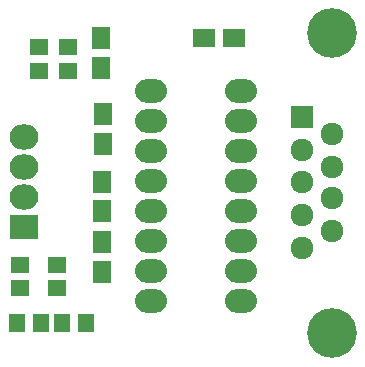
<source format=gbr>
G04 #@! TF.FileFunction,Soldermask,Top*
%FSLAX46Y46*%
G04 Gerber Fmt 4.6, Leading zero omitted, Abs format (unit mm)*
G04 Created by KiCad (PCBNEW 201611211049+7371~55~ubuntu16.10.1-product) date Thu Dec 29 13:08:53 2016*
%MOMM*%
%LPD*%
G01*
G04 APERTURE LIST*
%ADD10C,0.100000*%
%ADD11C,4.210000*%
%ADD12R,1.924000X1.924000*%
%ADD13C,1.924000*%
%ADD14R,1.650000X1.900000*%
%ADD15R,1.900000X1.650000*%
%ADD16R,2.432000X2.127200*%
%ADD17O,2.432000X2.127200*%
%ADD18O,2.700000X2.000000*%
%ADD19R,1.650000X1.400000*%
%ADD20R,1.400000X1.650000*%
G04 APERTURE END LIST*
D10*
D11*
X153543000Y-100330000D03*
X153543000Y-74930000D03*
D12*
X151003000Y-82042000D03*
D13*
X151003000Y-84836000D03*
X151003000Y-87503000D03*
X151003000Y-90297000D03*
X151003000Y-93091000D03*
X153543000Y-83439000D03*
X153543000Y-86233000D03*
X153543000Y-88900000D03*
X153543000Y-91694000D03*
D14*
X134143750Y-81776250D03*
X134143750Y-84276250D03*
X134080250Y-89991250D03*
X134080250Y-87491250D03*
D15*
X142736250Y-75342750D03*
X145236250Y-75342750D03*
D14*
X134080250Y-95134750D03*
X134080250Y-92634750D03*
X133985000Y-77831000D03*
X133985000Y-75331000D03*
D16*
X127508000Y-91313000D03*
D17*
X127508000Y-88773000D03*
X127508000Y-86233000D03*
X127508000Y-83693000D03*
D18*
X138271250Y-79787750D03*
X138271250Y-82327750D03*
X138271250Y-84867750D03*
X138271250Y-87407750D03*
X138271250Y-89947750D03*
X138271250Y-92487750D03*
X138271250Y-95027750D03*
X138271250Y-97567750D03*
X145891250Y-97567750D03*
X145891250Y-95027750D03*
X145891250Y-92487750D03*
X145891250Y-89947750D03*
X145891250Y-87407750D03*
X145891250Y-84867750D03*
X145891250Y-82327750D03*
X145891250Y-79787750D03*
D19*
X131191000Y-78089000D03*
X131191000Y-76089000D03*
X130302000Y-94504000D03*
X130302000Y-96504000D03*
X127127000Y-96504000D03*
X127127000Y-94504000D03*
X128778000Y-76089000D03*
X128778000Y-78089000D03*
D20*
X130699000Y-99441000D03*
X132699000Y-99441000D03*
X126889000Y-99441000D03*
X128889000Y-99441000D03*
M02*

</source>
